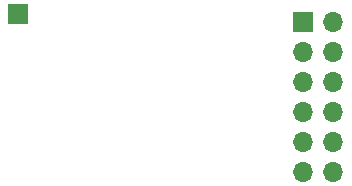
<source format=gbr>
%TF.GenerationSoftware,KiCad,Pcbnew,7.0.1*%
%TF.CreationDate,2023-03-26T17:23:28+02:00*%
%TF.ProjectId,RFM9xW_ANT_PMOD,52464d39-7857-45f4-914e-545f504d4f44,rev?*%
%TF.SameCoordinates,Original*%
%TF.FileFunction,Soldermask,Bot*%
%TF.FilePolarity,Negative*%
%FSLAX46Y46*%
G04 Gerber Fmt 4.6, Leading zero omitted, Abs format (unit mm)*
G04 Created by KiCad (PCBNEW 7.0.1) date 2023-03-26 17:23:28*
%MOMM*%
%LPD*%
G01*
G04 APERTURE LIST*
%ADD10R,1.700000X1.700000*%
%ADD11O,1.700000X1.700000*%
G04 APERTURE END LIST*
D10*
%TO.C,J1*%
X149860000Y-43180000D03*
D11*
X152400000Y-43180000D03*
X149860000Y-45720000D03*
X152400000Y-45720000D03*
X149860000Y-48260000D03*
X152400000Y-48260000D03*
X149860000Y-50800000D03*
X152400000Y-50800000D03*
X149860000Y-53340000D03*
X152400000Y-53340000D03*
X149860000Y-55880000D03*
X152400000Y-55880000D03*
%TD*%
D10*
%TO.C,Je*%
X125730000Y-42545000D03*
%TD*%
M02*

</source>
